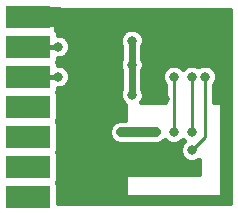
<source format=gbl>
G75*
%MOIN*%
%OFA0B0*%
%FSLAX25Y25*%
%IPPOS*%
%LPD*%
%AMOC8*
5,1,8,0,0,1.08239X$1,22.5*
%
%ADD10R,0.15000X0.07600*%
%ADD11C,0.03175*%
%ADD12C,0.01600*%
%ADD13C,0.06600*%
%ADD14C,0.03200*%
%ADD15C,0.02400*%
%ADD16C,0.01000*%
%ADD17C,0.00600*%
D10*
X0020500Y0006800D03*
X0020500Y0016800D03*
X0020500Y0026800D03*
X0020500Y0036800D03*
X0020500Y0046800D03*
X0020500Y0056800D03*
X0020500Y0066800D03*
D11*
X0030500Y0056800D03*
X0030500Y0046800D03*
X0052000Y0034300D03*
X0051500Y0028300D03*
X0063000Y0028300D03*
X0069000Y0028300D03*
X0075000Y0028300D03*
X0075000Y0022300D03*
X0075000Y0016300D03*
X0069000Y0016300D03*
X0063000Y0016300D03*
X0063000Y0022300D03*
X0051500Y0012300D03*
X0046500Y0017300D03*
X0052000Y0005800D03*
X0069000Y0005800D03*
X0086500Y0005800D03*
X0086500Y0022300D03*
X0086500Y0038800D03*
X0079500Y0046800D03*
X0075000Y0046800D03*
X0069000Y0046800D03*
X0066000Y0039300D03*
X0060000Y0039300D03*
X0055000Y0040800D03*
X0055000Y0050800D03*
X0055000Y0058800D03*
X0065000Y0063800D03*
X0065000Y0067800D03*
D12*
X0058380Y0061059D02*
X0057259Y0062180D01*
X0055793Y0062787D01*
X0054207Y0062787D01*
X0052741Y0062180D01*
X0051620Y0061059D01*
X0051013Y0059593D01*
X0051013Y0058007D01*
X0051400Y0057072D01*
X0051400Y0052528D01*
X0051013Y0051593D01*
X0051013Y0050007D01*
X0051400Y0049072D01*
X0051400Y0042528D01*
X0051013Y0041593D01*
X0051013Y0040007D01*
X0051620Y0038541D01*
X0052741Y0037420D01*
X0052900Y0037354D01*
X0052900Y0032300D01*
X0050704Y0032300D01*
X0049234Y0031691D01*
X0048109Y0030566D01*
X0047500Y0029096D01*
X0047500Y0027504D01*
X0048109Y0026034D01*
X0049234Y0024909D01*
X0050704Y0024300D01*
X0053444Y0024300D01*
X0053544Y0024200D01*
X0059956Y0024200D01*
X0060056Y0024300D01*
X0063796Y0024300D01*
X0065266Y0024909D01*
X0066009Y0025652D01*
X0066741Y0024920D01*
X0068207Y0024313D01*
X0069793Y0024313D01*
X0071259Y0024920D01*
X0072000Y0025661D01*
X0072361Y0025300D01*
X0071620Y0024559D01*
X0071013Y0023093D01*
X0071013Y0021507D01*
X0071620Y0020041D01*
X0072741Y0018920D01*
X0074207Y0018313D01*
X0075793Y0018313D01*
X0077259Y0018920D01*
X0077400Y0019061D01*
X0077400Y0014400D01*
X0053544Y0014400D01*
X0052900Y0013756D01*
X0052900Y0007344D01*
X0053544Y0006700D01*
X0084456Y0006700D01*
X0085100Y0007344D01*
X0085100Y0037756D01*
X0084456Y0038400D01*
X0082400Y0038400D01*
X0082400Y0044061D01*
X0082880Y0044541D01*
X0083487Y0046007D01*
X0083487Y0047593D01*
X0082880Y0049059D01*
X0081759Y0050180D01*
X0080293Y0050787D01*
X0078707Y0050787D01*
X0077250Y0050184D01*
X0075793Y0050787D01*
X0074207Y0050787D01*
X0072741Y0050180D01*
X0072000Y0049439D01*
X0071259Y0050180D01*
X0069793Y0050787D01*
X0068207Y0050787D01*
X0066741Y0050180D01*
X0065620Y0049059D01*
X0065013Y0047593D01*
X0065013Y0046007D01*
X0065620Y0044541D01*
X0066100Y0044061D01*
X0066100Y0038400D01*
X0058239Y0038400D01*
X0058380Y0038541D01*
X0058987Y0040007D01*
X0058987Y0041593D01*
X0058600Y0042528D01*
X0058600Y0049072D01*
X0058987Y0050007D01*
X0058987Y0051593D01*
X0058600Y0052528D01*
X0058600Y0057072D01*
X0058987Y0058007D01*
X0058987Y0059593D01*
X0058380Y0061059D01*
X0058427Y0060945D02*
X0087700Y0060945D01*
X0087700Y0062543D02*
X0056382Y0062543D01*
X0053618Y0062543D02*
X0029741Y0062543D01*
X0029800Y0062763D02*
X0029680Y0062314D01*
X0030035Y0061959D01*
X0030400Y0061077D01*
X0030400Y0060787D01*
X0031293Y0060787D01*
X0032759Y0060180D01*
X0033880Y0059059D01*
X0034487Y0057593D01*
X0034487Y0056007D01*
X0033880Y0054541D01*
X0032759Y0053420D01*
X0031293Y0052813D01*
X0030400Y0052813D01*
X0030400Y0052523D01*
X0030101Y0051800D01*
X0030400Y0051077D01*
X0030400Y0050787D01*
X0031293Y0050787D01*
X0032759Y0050180D01*
X0033880Y0049059D01*
X0034487Y0047593D01*
X0034487Y0046007D01*
X0033880Y0044541D01*
X0032759Y0043420D01*
X0031293Y0042813D01*
X0030400Y0042813D01*
X0030400Y0042523D01*
X0030101Y0041800D01*
X0030400Y0041077D01*
X0030400Y0032523D01*
X0030101Y0031800D01*
X0030400Y0031077D01*
X0030400Y0022523D01*
X0030101Y0021800D01*
X0030400Y0021077D01*
X0030400Y0012523D01*
X0030101Y0011800D01*
X0030400Y0011077D01*
X0030400Y0004600D01*
X0087700Y0004600D01*
X0087700Y0069000D01*
X0029800Y0069000D01*
X0029800Y0067600D01*
X0021300Y0067600D01*
X0021300Y0066000D01*
X0029800Y0066000D01*
X0029800Y0062763D01*
X0029800Y0064142D02*
X0087700Y0064142D01*
X0087700Y0065740D02*
X0029800Y0065740D01*
X0029800Y0068937D02*
X0087700Y0068937D01*
X0087700Y0067339D02*
X0021300Y0067339D01*
X0030400Y0060945D02*
X0051573Y0060945D01*
X0051013Y0059346D02*
X0033593Y0059346D01*
X0034423Y0057748D02*
X0051120Y0057748D01*
X0051400Y0056149D02*
X0034487Y0056149D01*
X0033884Y0054551D02*
X0051400Y0054551D01*
X0051400Y0052952D02*
X0031631Y0052952D01*
X0030285Y0051354D02*
X0051013Y0051354D01*
X0051117Y0049755D02*
X0033184Y0049755D01*
X0034254Y0048157D02*
X0051400Y0048157D01*
X0051400Y0046558D02*
X0034487Y0046558D01*
X0034054Y0044960D02*
X0051400Y0044960D01*
X0051400Y0043361D02*
X0032618Y0043361D01*
X0030116Y0041763D02*
X0051083Y0041763D01*
X0051013Y0040164D02*
X0030400Y0040164D01*
X0030400Y0038566D02*
X0051610Y0038566D01*
X0052900Y0036967D02*
X0030400Y0036967D01*
X0030400Y0035369D02*
X0052900Y0035369D01*
X0052900Y0033770D02*
X0030400Y0033770D01*
X0030255Y0032172D02*
X0050395Y0032172D01*
X0048116Y0030573D02*
X0030400Y0030573D01*
X0030400Y0028975D02*
X0047500Y0028975D01*
X0047553Y0027376D02*
X0030400Y0027376D01*
X0030400Y0025778D02*
X0048365Y0025778D01*
X0058390Y0038566D02*
X0066100Y0038566D01*
X0066100Y0040164D02*
X0058987Y0040164D01*
X0058917Y0041763D02*
X0066100Y0041763D01*
X0066100Y0043361D02*
X0058600Y0043361D01*
X0058600Y0044960D02*
X0065446Y0044960D01*
X0065013Y0046558D02*
X0058600Y0046558D01*
X0058600Y0048157D02*
X0065246Y0048157D01*
X0066316Y0049755D02*
X0058883Y0049755D01*
X0058987Y0051354D02*
X0087700Y0051354D01*
X0087700Y0052952D02*
X0058600Y0052952D01*
X0058600Y0054551D02*
X0087700Y0054551D01*
X0087700Y0056149D02*
X0058600Y0056149D01*
X0058880Y0057748D02*
X0087700Y0057748D01*
X0087700Y0059346D02*
X0058987Y0059346D01*
X0071684Y0049755D02*
X0072316Y0049755D01*
X0082184Y0049755D02*
X0087700Y0049755D01*
X0087700Y0048157D02*
X0083254Y0048157D01*
X0083487Y0046558D02*
X0087700Y0046558D01*
X0087700Y0044960D02*
X0083054Y0044960D01*
X0082400Y0043361D02*
X0087700Y0043361D01*
X0087700Y0041763D02*
X0082400Y0041763D01*
X0082400Y0040164D02*
X0087700Y0040164D01*
X0087700Y0038566D02*
X0082400Y0038566D01*
X0085100Y0036967D02*
X0087700Y0036967D01*
X0087700Y0035369D02*
X0085100Y0035369D01*
X0085100Y0033770D02*
X0087700Y0033770D01*
X0087700Y0032172D02*
X0085100Y0032172D01*
X0085100Y0030573D02*
X0087700Y0030573D01*
X0087700Y0028975D02*
X0085100Y0028975D01*
X0085100Y0027376D02*
X0087700Y0027376D01*
X0087700Y0025778D02*
X0085100Y0025778D01*
X0085100Y0024179D02*
X0087700Y0024179D01*
X0087700Y0022581D02*
X0085100Y0022581D01*
X0085100Y0020982D02*
X0087700Y0020982D01*
X0087700Y0019384D02*
X0085100Y0019384D01*
X0085100Y0017785D02*
X0087700Y0017785D01*
X0087700Y0016187D02*
X0085100Y0016187D01*
X0085100Y0014588D02*
X0087700Y0014588D01*
X0087700Y0012990D02*
X0085100Y0012990D01*
X0085100Y0011391D02*
X0087700Y0011391D01*
X0087700Y0009793D02*
X0085100Y0009793D01*
X0085100Y0008194D02*
X0087700Y0008194D01*
X0087700Y0006596D02*
X0030400Y0006596D01*
X0030400Y0004997D02*
X0087700Y0004997D01*
X0077400Y0014588D02*
X0030400Y0014588D01*
X0030400Y0012990D02*
X0052900Y0012990D01*
X0052900Y0011391D02*
X0030270Y0011391D01*
X0030400Y0009793D02*
X0052900Y0009793D01*
X0052900Y0008194D02*
X0030400Y0008194D01*
X0030400Y0016187D02*
X0077400Y0016187D01*
X0077400Y0017785D02*
X0030400Y0017785D01*
X0030400Y0019384D02*
X0072277Y0019384D01*
X0071230Y0020982D02*
X0030400Y0020982D01*
X0030400Y0022581D02*
X0071013Y0022581D01*
X0071462Y0024179D02*
X0030400Y0024179D01*
X0030500Y0046800D02*
X0020500Y0046800D01*
X0020500Y0056800D02*
X0030500Y0056800D01*
D13*
X0030500Y0066800D02*
X0020500Y0066800D01*
D14*
X0051500Y0028300D02*
X0063000Y0028300D01*
D15*
X0055000Y0040800D02*
X0055000Y0050800D01*
X0055000Y0058800D01*
D16*
X0069000Y0046800D02*
X0069000Y0029800D01*
X0075000Y0028300D02*
X0075000Y0046800D01*
X0079500Y0046800D02*
X0079500Y0026800D01*
X0075000Y0022300D01*
D17*
X0069000Y0028300D02*
X0069000Y0029800D01*
M02*

</source>
